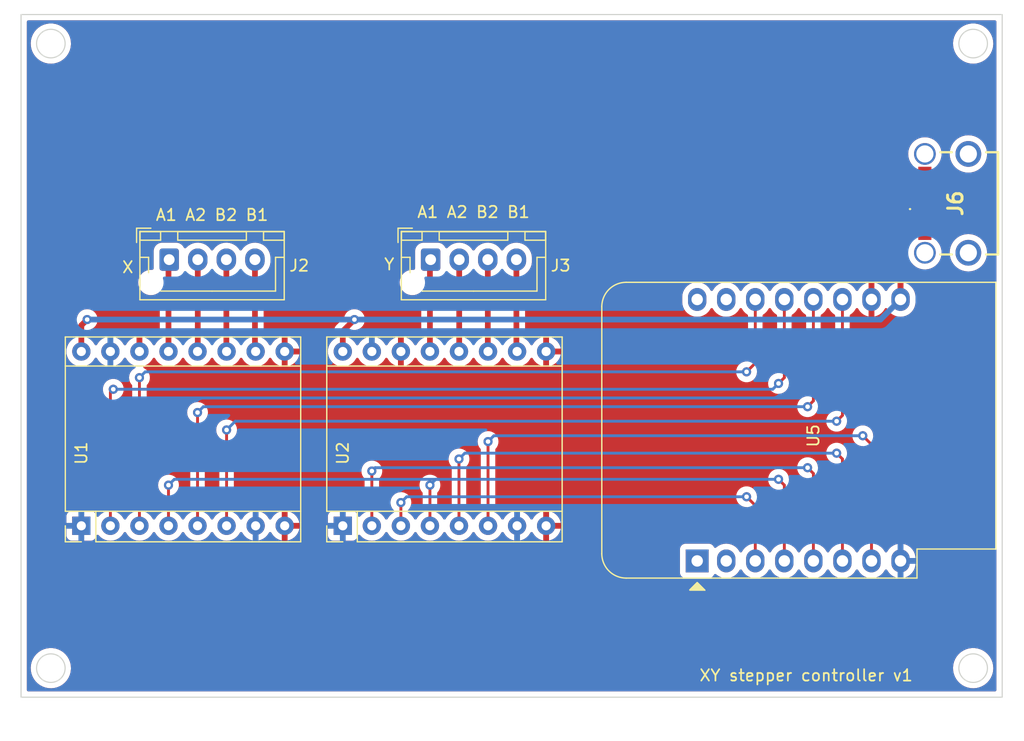
<source format=kicad_pcb>
(kicad_pcb (version 20211014) (generator pcbnew)
  (title_block (comment 4 "AISLER Project ID: DIWFVCCT"))
  (layers (0 "F.Cu" signal) (31 "B.Cu" signal) (34 "B.Paste" user) (35 "F.Paste" user) (36 "B.SilkS" user "B.Silkscreen") (37 "F.SilkS" user "F.Silkscreen") (38 "B.Mask" user) (39 "F.Mask" user) (44 "Edge.Cuts" user))
  (net 0 "")
  (net 1 "GND")
  (net 2 "+5V")
  (net 3 "Net-(J2-Pad1)")
  (net 4 "Net-(J2-Pad2)")
  (net 5 "Net-(J2-Pad3)")
  (net 6 "Net-(J2-Pad4)")
  (net 7 "Net-(J3-Pad1)")
  (net 8 "Net-(J3-Pad2)")
  (net 9 "Net-(J3-Pad3)")
  (net 10 "Net-(J3-Pad4)")
  (net 17 "+3.3V")
  (net 18 "/X-A2")
  (net 19 "/X-A1")
  (net 24 "/STBY")
  (net 25 "/X-B1")
  (net 26 "/X-B2")
  (net 27 "/Y-A2")
  (net 28 "/Y-A1")
  (net 29 "/Y-B1")
  (net 30 "/Y-B2")
  (footprint "Connector_JST:JST_XH_B4B-XH-AM_1x04_P2.50mm_Vertical" (layer "F.Cu") (at 174.812 63.3415)
    (fp_text reference "J3" (at 11.37 0.525) (layer "F.SilkS"))
    (fp_text value "Conn_01x04_Male")
    (fp_line (start -0.75 -2.45) (end -2.55 -2.45) (layer "F.SilkS") (width 0.12))
    (fp_line (start 10.06 3.51) (end 10.06 -2.46) (layer "F.SilkS") (width 0.12))
    (fp_line (start 10.06 -2.46) (end -2.56 -2.46) (layer "F.SilkS") (width 0.12))
    (fp_line (start 0.75 -1.7) (end 6.75 -1.7) (layer "F.SilkS") (width 0.12))
    (fp_line (start 9.3 2.75) (end 3.75 2.75) (layer "F.SilkS") (width 0.12))
    (fp_line (start 8.25 -2.45) (end 8.25 -1.7) (layer "F.SilkS") (width 0.12))
    (fp_line (start 10.05 -1.7) (end 10.05 -2.45) (layer "F.SilkS") (width 0.12))
    (fp_line (start -2.55 -2.45) (end -2.55 -1.7) (layer "F.SilkS") (width 0.12))
    (fp_line (start 8.25 -1.7) (end 10.05 -1.7) (layer "F.SilkS") (width 0.12))
    (fp_line (start -2.55 -1.7) (end -0.75 -1.7) (layer "F.SilkS") (width 0.12))
    (fp_line (start -0.75 -1.7) (end -0.75 -2.45) (layer "F.SilkS") (width 0.12))
    (fp_line (start -2.56 3.51) (end 10.06 3.51) (layer "F.SilkS") (width 0.12))
    (fp_line (start -2.56 -2.46) (end -2.56 3.51) (layer "F.SilkS") (width 0.12))
    (fp_line (start -2.55 -0.2) (end -1.8 -0.2) (layer "F.SilkS") (width 0.12))
    (fp_line (start 10.05 -2.45) (end 8.25 -2.45) (layer "F.SilkS") (width 0.12))
    (fp_line (start -1.6 -2.75) (end -2.85 -2.75) (layer "F.SilkS") (width 0.12))
    (fp_line (start 9.3 -0.2) (end 9.3 2.75) (layer "F.SilkS") (width 0.12))
    (fp_line (start 10.05 -0.2) (end 9.3 -0.2) (layer "F.SilkS") (width 0.12))
    (fp_line (start 3.75 2.75) (end -0.74 2.75) (layer "F.SilkS") (width 0.12))
    (fp_line (start 0.75 -2.45) (end 0.75 -1.7) (layer "F.SilkS") (width 0.12))
    (fp_line (start 6.75 -2.45) (end 0.75 -2.45) (layer "F.SilkS") (width 0.12))
    (fp_line (start -1.8 -0.2) (end -1.8 1.14) (layer "F.SilkS") (width 0.12))
    (fp_line (start -2.85 -2.75) (end -2.85 -1.5) (layer "F.SilkS") (width 0.12))
    (fp_line (start 6.75 -1.7) (end 6.75 -2.45) (layer "F.SilkS") (width 0.12))
    (pad "" np_thru_hole circle (at -1.6 2) (size 1.2 1.2) (drill 1.2) (layers *.Cu *.Mask))
    (pad "1" thru_hole roundrect (at 0 0) (size 1.7 1.95) (drill 0.95) (layers *.Cu *.Mask) (roundrect_rratio 0.1470588235) (net 7 "Net-(J3-Pad1)"))
    (pad "2" thru_hole oval (at 2.5 0) (size 1.7 1.95) (drill 0.95) (layers *.Cu *.Mask) (net 8 "Net-(J3-Pad2)"))
    (pad "3" thru_hole oval (at 5 0) (size 1.7 1.95) (drill 0.95) (layers *.Cu *.Mask) (net 9 "Net-(J3-Pad3)"))
    (pad "4" thru_hole oval (at 7.5 0) (size 1.7 1.95) (drill 0.95) (layers *.Cu *.Mask) (net 10 "Net-(J3-Pad4)"))
  )
  (footprint "Module:WEMOS_D1_mini_light" (layer "F.Cu") (at 198.12 89.685 90)
    (fp_text reference "U5" (at 10.945 10.16 90) (layer "F.SilkS"))
    (fp_text value "WeMos_D1_mini")
    (fp_line (start -1.5 19.22) (end -1.5 -6.21) (layer "F.SilkS") (width 0.12))
    (fp_line (start 1.04 26.12) (end 24.36 26.12) (layer "F.SilkS") (width 0.12))
    (fp_line (start -1.5 19.22) (end 1.04 19.22) (layer "F.SilkS") (width 0.12))
    (fp_line (start 22.24 -8.34) (end 0.63 -8.34) (layer "F.SilkS") (width 0.12))
    (fp_line (start 1.04 19.22) (end 1.04 26.12) (layer "F.SilkS") (width 0.12))
    (fp_line (start 24.36 26.12) (end 24.36 -6.21) (layer "F.SilkS") (width 0.12))
    (fp_arc (start -1.5 -6.21) (mid -0.876137 -7.716137) (end 0.63 -8.34) (layer "F.SilkS") (width 0.12))
    (fp_arc (start 22.23 -8.34) (mid 23.736137 -7.716137) (end 24.36 -6.21) (layer "F.SilkS") (width 0.12))
    (fp_poly (pts (xy -2.54 -0.635) (xy -2.54 0.635) (xy -1.905 0)) (layer "F.SilkS") (width 0.15) (fill solid))
    (pad "1" thru_hole rect (at 0 0 90) (size 2 2) (drill 1) (layers *.Cu *.Mask))
    (pad "2" thru_hole oval (at 0 2.54 90) (size 2 1.6) (drill 1) (layers *.Cu *.Mask))
    (pad "3" thru_hole oval (at 0 5.08 90) (size 2 1.6) (drill 1) (layers *.Cu *.Mask) (net 28 "/Y-A1"))
    (pad "4" thru_hole oval (at 0 7.62 90) (size 2 1.6) (drill 1) (layers *.Cu *.Mask) (net 24 "/STBY"))
    (pad "5" thru_hole oval (at 0 10.16 90) (size 2 1.6) (drill 1) (layers *.Cu *.Mask) (net 27 "/Y-A2"))
    (pad "6" thru_hole oval (at 0 12.7 90) (size 2 1.6) (drill 1) (layers *.Cu *.Mask) (net 29 "/Y-B1"))
    (pad "7" thru_hole oval (at 0 15.24 90) (size 2 1.6) (drill 1) (layers *.Cu *.Mask) (net 30 "/Y-B2"))
    (pad "8" thru_hole oval (at 0 17.78 90) (size 2 1.6) (drill 1) (layers *.Cu *.Mask) (net 17 "+3.3V"))
    (pad "9" thru_hole oval (at 22.86 17.78 90) (size 2 1.6) (drill 1) (layers *.Cu *.Mask) (net 2 "+5V"))
    (pad "10" thru_hole oval (at 22.86 15.24 90) (size 2 1.6) (drill 1) (layers *.Cu *.Mask) (net 1 "GND"))
    (pad "11" thru_hole oval (at 22.86 12.7 90) (size 2 1.6) (drill 1) (layers *.Cu *.Mask) (net 26 "/X-B2"))
    (pad "12" thru_hole oval (at 22.86 10.16 90) (size 2 1.6) (drill 1) (layers *.Cu *.Mask) (net 25 "/X-B1"))
    (pad "13" thru_hole oval (at 22.86 7.62 90) (size 2 1.6) (drill 1) (layers *.Cu *.Mask) (net 18 "/X-A2"))
    (pad "14" thru_hole oval (at 22.86 5.08 90) (size 2 1.6) (drill 1) (layers *.Cu *.Mask) (net 19 "/X-A1"))
    (pad "15" thru_hole oval (at 22.86 2.54 90) (size 2 1.6) (drill 1) (layers *.Cu *.Mask))
    (pad "16" thru_hole oval (at 22.86 0 90) (size 2 1.6) (drill 1) (layers *.Cu *.Mask))
  )
  (footprint "MyFootprints:TB6612FNG_Breakout" (layer "F.Cu") (at 144.272 86.614 90)
    (fp_text reference "U1" (at 6.35 0 90) (layer "F.SilkS"))
    (fp_text value "TB6612FNG_BREAKOUT")
    (fp_line (start 1.27 1.27) (end 1.27 19.18) (layer "F.SilkS") (width 0.12))
    (fp_line (start 16.51 -1.4) (end 1.27 -1.4) (layer "F.SilkS") (width 0.12))
    (fp_line (start -1.4 19.18) (end 16.51 19.18) (layer "F.SilkS") (width 0.12))
    (fp_line (start 0 -1.4) (end -1.4 -1.4) (layer "F.SilkS") (width 0.12))
    (fp_line (start 1.27 -1.4) (end 1.27 1.27) (layer "F.SilkS") (width 0.12))
    (fp_line (start -1.4 1.27) (end -1.4 19.18) (layer "F.SilkS") (width 0.12))
    (fp_line (start -1.4 -1.4) (end -1.4 0) (layer "F.SilkS") (width 0.12))
    (fp_line (start 13.97 -1.4) (end 13.97 19.18) (layer "F.SilkS") (width 0.12))
    (fp_line (start 16.51 19.18) (end 16.51 -1.4) (layer "F.SilkS") (width 0.12))
    (fp_line (start 1.27 1.27) (end -1.4 1.27) (layer "F.SilkS") (width 0.12))
    (pad "1" thru_hole rect (at 0 0 90) (size 1.6 1.6) (drill 0.8) (layers *.Cu *.Mask) (net 17 "+3.3V"))
    (pad "2" thru_hole oval (at 0 2.54 90) (size 1.6 1.6) (drill 0.8) (layers *.Cu *.Mask) (net 18 "/X-A2"))
    (pad "3" thru_hole oval (at 0 5.08 90) (size 1.6 1.6) (drill 0.8) (layers *.Cu *.Mask) (net 19 "/X-A1"))
    (pad "4" thru_hole oval (at 0 7.62 90) (size 1.6 1.6) (drill 0.8) (layers *.Cu *.Mask) (net 24 "/STBY"))
    (pad "5" thru_hole oval (at 0 10.16 90) (size 1.6 1.6) (drill 0.8) (layers *.Cu *.Mask) (net 25 "/X-B1"))
    (pad "6" thru_hole oval (at 0 12.7 90) (size 1.6 1.6) (drill 0.8) (layers *.Cu *.Mask) (net 26 "/X-B2"))
    (pad "7" thru_hole oval (at 0 15.24 90) (size 1.6 1.6) (drill 0.8) (layers *.Cu *.Mask) (net 17 "+3.3V"))
    (pad "8" thru_hole oval (at 0 17.78 90) (size 1.6 1.6) (drill 0.8) (layers *.Cu *.Mask) (net 1 "GND"))
    (pad "9" thru_hole oval (at 15.24 0 90) (size 1.6 1.6) (drill 0.8) (layers *.Cu *.Mask) (net 2 "+5V"))
    (pad "10" thru_hole oval (at 15.24 2.54 90) (size 1.6 1.6) (drill 0.8) (layers *.Cu *.Mask) (net 17 "+3.3V"))
    (pad "11" thru_hole oval (at 15.24 5.08 90) (size 1.6 1.6) (drill 0.8) (layers *.Cu *.Mask) (net 1 "GND"))
    (pad "12" thru_hole oval (at 15.24 7.62 90) (size 1.6 1.6) (drill 0.8) (layers *.Cu *.Mask) (net 3 "Net-(J2-Pad1)"))
    (pad "13" thru_hole oval (at 15.24 10.16 90) (size 1.6 1.6) (drill 0.8) (layers *.Cu *.Mask) (net 4 "Net-(J2-Pad2)"))
    (pad "14" thru_hole oval (at 15.24 12.7 90) (size 1.6 1.6) (drill 0.8) (layers *.Cu *.Mask) (net 5 "Net-(J2-Pad3)"))
    (pad "15" thru_hole oval (at 15.24 15.24 90) (size 1.6 1.6) (drill 0.8) (layers *.Cu *.Mask) (net 6 "Net-(J2-Pad4)"))
    (pad "16" thru_hole oval (at 15.24 17.78 90) (size 1.6 1.6) (drill 0.8) (layers *.Cu *.Mask) (net 1 "GND"))
  )
  (footprint "Connector_JST:JST_XH_B4B-XH-AM_1x04_P2.50mm_Vertical" (layer "F.Cu") (at 151.952 63.3415)
    (fp_text reference "J2" (at 11.37 0.525) (layer "F.SilkS"))
    (fp_text value "Conn_01x04_Male")
    (fp_line (start 10.05 -1.7) (end 10.05 -2.45) (layer "F.SilkS") (width 0.12))
    (fp_line (start 10.06 -2.46) (end -2.56 -2.46) (layer "F.SilkS") (width 0.12))
    (fp_line (start 10.05 -2.45) (end 8.25 -2.45) (layer "F.SilkS") (width 0.12))
    (fp_line (start 0.75 -2.45) (end 0.75 -1.7) (layer "F.SilkS") (width 0.12))
    (fp_line (start -1.6 -2.75) (end -2.85 -2.75) (layer "F.SilkS") (width 0.12))
    (fp_line (start 0.75 -1.7) (end 6.75 -1.7) (layer "F.SilkS") (width 0.12))
    (fp_line (start -0.75 -2.45) (end -2.55 -2.45) (layer "F.SilkS") (width 0.12))
    (fp_line (start -2.56 3.51) (end 10.06 3.51) (layer "F.SilkS") (width 0.12))
    (fp_line (start 3.75 2.75) (end -0.74 2.75) (layer "F.SilkS") (width 0.12))
    (fp_line (start 8.25 -2.45) (end 8.25 -1.7) (layer "F.SilkS") (width 0.12))
    (fp_line (start -2.55 -2.45) (end -2.55 -1.7) (layer "F.SilkS") (width 0.12))
    (fp_line (start 9.3 2.75) (end 3.75 2.75) (layer "F.SilkS") (width 0.12))
    (fp_line (start -2.56 -2.46) (end -2.56 3.51) (layer "F.SilkS") (width 0.12))
    (fp_line (start 6.75 -1.7) (end 6.75 -2.45) (layer "F.SilkS") (width 0.12))
    (fp_line (start -0.75 -1.7) (end -0.75 -2.45) (layer "F.SilkS") (width 0.12))
    (fp_line (start 8.25 -1.7) (end 10.05 -1.7) (layer "F.SilkS") (width 0.12))
    (fp_line (start -2.85 -2.75) (end -2.85 -1.5) (layer "F.SilkS") (width 0.12))
    (fp_line (start -1.8 -0.2) (end -1.8 1.14) (layer "F.SilkS") (width 0.12))
    (fp_line (start 6.75 -2.45) (end 0.75 -2.45) (layer "F.SilkS") (width 0.12))
    (fp_line (start 10.05 -0.2) (end 9.3 -0.2) (layer "F.SilkS") (width 0.12))
    (fp_line (start -2.55 -1.7) (end -0.75 -1.7) (layer "F.SilkS") (width 0.12))
    (fp_line (start 9.3 -0.2) (end 9.3 2.75) (layer "F.SilkS") (width 0.12))
    (fp_line (start -2.55 -0.2) (end -1.8 -0.2) (layer "F.SilkS") (width 0.12))
    (fp_line (start 10.06 3.51) (end 10.06 -2.46) (layer "F.SilkS") (width 0.12))
    (pad "" np_thru_hole circle (at -1.6 2) (size 1.2 1.2) (drill 1.2) (layers *.Cu *.Mask))
    (pad "1" thru_hole roundrect (at 0 0) (size 1.7 1.95) (drill 0.95) (layers *.Cu *.Mask) (roundrect_rratio 0.1470588235) (net 3 "Net-(J2-Pad1)"))
    (pad "2" thru_hole oval (at 2.5 0) (size 1.7 1.95) (drill 0.95) (layers *.Cu *.Mask) (net 4 "Net-(J2-Pad2)"))
    (pad "3" thru_hole oval (at 5 0) (size 1.7 1.95) (drill 0.95) (layers *.Cu *.Mask) (net 5 "Net-(J2-Pad3)"))
    (pad "4" thru_hole oval (at 7.5 0) (size 1.7 1.95) (drill 0.95) (layers *.Cu *.Mask) (net 6 "Net-(J2-Pad4)"))
  )
  (footprint "SamacSys_Parts:UJCHP3SMTTR" (layer "F.Cu") (at 220.98 58.42 90)
    (fp_text reference "J6" (at 0 -0.275 90) (layer "F.SilkS") (effects (font (size 1.27 1.27) (thickness 0.254))))
    (fp_text value "UJC-HP-3-SMT-TR" hide)
    (fp_line (start -0.5 -4.2) (end -0.5 -4.2) (layer "F.SilkS") (width 0.1))
    (fp_line (start -4.47 -1.6) (end -4.47 -0.6) (layer "F.SilkS") (width 0.2))
    (fp_line (start 4.47 -1.6) (end 4.47 -0.6) (layer "F.SilkS") (width 0.2))
    (fp_line (start -4.47 2.4) (end -4.47 3.45) (layer "F.SilkS") (width 0.2))
    (fp_line (start 4.47 3.45) (end 4.47 2.4) (layer "F.SilkS") (width 0.2))
    (fp_line (start -4.47 3.45) (end 4.47 3.45) (layer "F.SilkS") (width 0.2))
    (fp_line (start -0.5 -4.3) (end -0.5 -4.3) (layer "F.SilkS") (width 0.1))
    (fp_arc (start -0.5 -4.3) (mid -0.45 -4.25) (end -0.5 -4.2) (layer "F.SilkS") (width 0.1))
    (fp_arc (start -0.5 -4.2) (mid -0.55 -4.25) (end -0.5 -4.3) (layer "F.SilkS") (width 0.1))
    (pad "A5" smd rect locked (at -0.5 -2.955 90) (size 0.7 1.15) (layers "F.Cu" "F.Paste" "F.Mask"))
    (pad "A9" smd rect locked (at 1.52 -2.955 90) (size 0.8 1.15) (layers "F.Cu" "F.Paste" "F.Mask") (net 2 "+5V"))
    (pad "A12" smd rect locked (at 2.75 -2.955 90) (size 0.9 1.15) (layers "F.Cu" "F.Paste" "F.Mask") (net 1 "GND"))
    (pad "B5" smd rect locked (at 0.5 -2.955 90) (size 0.7 1.15) (layers "F.Cu" "F.Paste" "F.Mask"))
    (pad "B9" smd rect locked (at -1.52 -2.955 90) (size 0.8 1.15) (layers "F.Cu" "F.Paste" "F.Mask") (net 2 "+5V"))
    (pad "B12" smd rect locked (at -2.75 -2.955 90) (size 0.9 1.15) (layers "F.Cu" "F.Paste" "F.Mask") (net 1 "GND"))
    (pad "MH1" thru_hole circle locked (at -4.32 -2.95 90) (size 1.9 1.9) (drill 1.5) (layers *.Cu *.Mask))
    (pad "MH2" thru_hole circle locked (at 4.32 -2.95 90) (size 1.9 1.9) (drill 1.5) (layers *.Cu *.Mask))
    (pad "MH3" thru_hole circle locked (at -4.32 0.85 90) (size 2.25 2.25) (drill 1.5) (layers *.Cu *.Mask))
    (pad "MH4" thru_hole circle locked (at 4.32 0.85 90) (size 2.25 2.25) (drill 1.5) (layers *.Cu *.Mask))
  )
  (footprint "MyFootprints:TB6612FNG_Breakout" (layer "F.Cu") (at 167.132 86.614 90)
    (fp_text reference "U2" (at 6.35 0 90) (layer "F.SilkS"))
    (fp_text value "TB6612FNG_BREAKOUT")
    (fp_line (start 0 -1.4) (end -1.4 -1.4) (layer "F.SilkS") (width 0.12))
    (fp_line (start -1.4 1.27) (end -1.4 19.18) (layer "F.SilkS") (width 0.12))
    (fp_line (start 1.27 1.27) (end -1.4 1.27) (layer "F.SilkS") (width 0.12))
    (fp_line (start -1.4 19.18) (end 16.51 19.18) (layer "F.SilkS") (width 0.12))
    (fp_line (start -1.4 -1.4) (end -1.4 0) (layer "F.SilkS") (width 0.12))
    (fp_line (start 1.27 -1.4) (end 1.27 1.27) (layer "F.SilkS") (width 0.12))
    (fp_line (start 13.97 -1.4) (end 13.97 19.18) (layer "F.SilkS") (width 0.12))
    (fp_line (start 1.27 1.27) (end 1.27 19.18) (layer "F.SilkS") (width 0.12))
    (fp_line (start 16.51 19.18) (end 16.51 -1.4) (layer "F.SilkS") (width 0.12))
    (fp_line (start 16.51 -1.4) (end 1.27 -1.4) (layer "F.SilkS") (width 0.12))
    (pad "1" thru_hole rect (at 0 0 90) (size 1.6 1.6) (drill 0.8) (layers *.Cu *.Mask) (net 17 "+3.3V"))
    (pad "2" thru_hole oval (at 0 2.54 90) (size 1.6 1.6) (drill 0.8) (layers *.Cu *.Mask) (net 27 "/Y-A2"))
    (pad "3" thru_hole oval (at 0 5.08 90) (size 1.6 1.6) (drill 0.8) (layers *.Cu *.Mask) (net 28 "/Y-A1"))
    (pad "4" thru_hole oval (at 0 7.62 90) (size 1.6 1.6) (drill 0.8) (layers *.Cu *.Mask) (net 24 "/STBY"))
    (pad "5" thru_hole oval (at 0 10.16 90) (size 1.6 1.6) (drill 0.8) (layers *.Cu *.Mask) (net 29 "/Y-B1"))
    (pad "6" thru_hole oval (at 0 12.7 90) (size 1.6 1.6) (drill 0.8) (layers *.Cu *.Mask) (net 30 "/Y-B2"))
    (pad "7" thru_hole oval (at 0 15.24 90) (size 1.6 1.6) (drill 0.8) (layers *.Cu *.Mask) (net 17 "+3.3V"))
    (pad "8" thru_hole oval (at 0 17.78 90) (size 1.6 1.6) (drill 0.8) (layers *.Cu *.Mask) (net 1 "GND"))
    (pad "9" thru_hole oval (at 15.24 0 90) (size 1.6 1.6) (drill 0.8) (layers *.Cu *.Mask) (net 2 "+5V"))
    (pad "10" thru_hole oval (at 15.24 2.54 90) (size 1.6 1.6) (drill 0.8) (layers *.Cu *.Mask) (net 17 "+3.3V"))
    (pad "11" thru_hole oval (at 15.24 5.08 90) (size 1.6 1.6) (drill 0.8) (layers *.Cu *.Mask) (net 1 "GND"))
    (pad "12" thru_hole oval (at 15.24 7.62 90) (size 1.6 1.6) (drill 0.8) (layers *.Cu *.Mask) (net 7 "Net-(J3-Pad1)"))
    (pad "13" thru_hole oval (at 15.24 10.16 90) (size 1.6 1.6) (drill 0.8) (layers *.Cu *.Mask) (net 8 "Net-(J3-Pad2)"))
    (pad "14" thru_hole oval (at 15.24 12.7 90) (size 1.6 1.6) (drill 0.8) (layers *.Cu *.Mask) (net 9 "Net-(J3-Pad3)"))
    (pad "15" thru_hole oval (at 15.24 15.24 90) (size 1.6 1.6) (drill 0.8) (layers *.Cu *.Mask) (net 10 "Net-(J3-Pad4)"))
    (pad "16" thru_hole oval (at 15.24 17.78 90) (size 1.6 1.6) (drill 0.8) (layers *.Cu *.Mask) (net 1 "GND"))
  )
  (gr_rect (start 224.79 41.91) (end 139 101.6) (layer "Edge.Cuts") (width 0.1) (fill none))
  (gr_circle (center 222.25 44.45) (end 223.5 44.45) (layer "Edge.Cuts") (width 0.1) (fill none))
  (gr_circle (center 222.25 99.06) (end 223.5 99.06) (layer "Edge.Cuts") (width 0.1) (fill none))
  (gr_circle (center 141.605 99.06) (end 142.855 99.06) (layer "Edge.Cuts") (width 0.1) (fill none))
  (gr_circle (center 141.605 44.45) (end 142.855 44.45) (layer "Edge.Cuts") (width 0.1) (fill none))
  (gr_text "X" (at 148.336 64.008) (layer "F.SilkS") (effects (font (size 1 1))))
  (gr_text "A1 A2 B2 B1" (at 155.702 59.436) (layer "F.SilkS") (effects (font (size 1 1))))
  (gr_text "A1 A2 B2 B1" (at 178.562 59.182) (layer "F.SilkS") (effects (font (size 1 1))))
  (gr_text "XY stepper controller v1" (at 207.645 99.695) (layer "F.SilkS") (effects (font (size 1 1))))
  (gr_text "Y" (at 171.196 63.754) (layer "F.SilkS") (effects (font (size 1 1))))
  (segment (start 217.22 56.9) (end 215.9 58.22) (width 0.5) (layer "F.Cu") (net 2))
  (segment (start 215.9 61.37) (end 215.9 66.825) (width 0.5) (layer "F.Cu") (net 2))
  (segment (start 144.272 69.088) (end 144.78 68.58) (width 0.5) (layer "F.Cu") (net 2))
  (segment (start 217.33 59.94) (end 215.9 61.37) (width 0.5) (layer "F.Cu") (net 2))
  (segment (start 215.9 58.22) (end 215.9 66.825) (width 0.5) (layer "F.Cu") (net 2))
  (segment (start 218.025 59.94) (end 217.33 59.94) (width 0.5) (layer "F.Cu") (net 2))
  (segment (start 218.025 56.9) (end 217.22 56.9) (width 0.5) (layer "F.Cu") (net 2))
  (segment (start 144.272 71.374) (end 144.272 69.088) (width 0.5) (layer "F.Cu") (net 2))
  (segment (start 167.132 71.374) (end 167.132 69.596) (width 0.5) (layer "F.Cu") (net 2))
  (segment (start 167.132 69.596) (end 168.148 68.58) (width 0.5) (layer "F.Cu") (net 2))
  (via (at 144.78 68.58) (size 0.8) (drill 0.4) (layers "F.Cu" "B.Cu") (net 2))
  (via (at 168.148 68.58) (size 0.8) (drill 0.4) (layers "F.Cu" "B.Cu") (net 2))
  (segment (start 168.148 68.58) (end 214.145 68.58) (width 0.5) (layer "B.Cu") (net 2))
  (segment (start 144.78 68.58) (end 168.148 68.58) (width 0.5) (layer "B.Cu") (net 2))
  (segment (start 214.145 68.58) (end 215.9 66.825) (width 0.5) (layer "B.Cu") (net 2))
  (segment (start 151.892 63.4015) (end 151.892 71.374) (width 0.5) (layer "F.Cu") (net 3))
  (segment (start 151.952 63.3415) (end 151.892 63.4015) (width 0.5) (layer "F.Cu") (net 3))
  (segment (start 154.452 63.3415) (end 154.452 71.354) (width 0.5) (layer "F.Cu") (net 4))
  (segment (start 154.452 71.354) (end 154.432 71.374) (width 0.5) (layer "F.Cu") (net 4))
  (segment (start 156.952 71.354) (end 156.972 71.374) (width 0.5) (layer "F.Cu") (net 5))
  (segment (start 156.952 63.3415) (end 156.952 71.354) (width 0.5) (layer "F.Cu") (net 5))
  (segment (start 159.452 63.3415) (end 159.452 71.314) (width 0.5) (layer "F.Cu") (net 6))
  (segment (start 159.452 71.314) (end 159.512 71.374) (width 0.5) (layer "F.Cu") (net 6))
  (segment (start 174.812 63.3415) (end 174.752 63.4015) (width 0.5) (layer "F.Cu") (net 7))
  (segment (start 174.752 63.4015) (end 174.752 71.374) (width 0.5) (layer "F.Cu") (net 7))
  (segment (start 177.312 71.354) (end 177.292 71.374) (width 0.5) (layer "F.Cu") (net 8))
  (segment (start 177.312 63.3415) (end 177.312 71.354) (width 0.5) (layer "F.Cu") (net 8))
  (segment (start 179.812 71.354) (end 179.832 71.374) (width 0.5) (layer "F.Cu") (net 9))
  (segment (start 179.812 63.3415) (end 179.812 71.354) (width 0.5) (layer "F.Cu") (net 9))
  (segment (start 182.312 63.3415) (end 182.312 71.314) (width 0.5) (layer "F.Cu") (net 10))
  (segment (start 182.312 71.314) (end 182.372 71.374) (width 0.5) (layer "F.Cu") (net 10))
  (segment (start 147.066 74.676) (end 146.812 74.93) (width 0.25) (layer "F.Cu") (net 18))
  (segment (start 205.74 73.66) (end 205.232 74.168) (width 0.25) (layer "F.Cu") (net 18))
  (segment (start 146.812 74.93) (end 146.812 86.614) (width 0.25) (layer "F.Cu") (net 18))
  (segment (start 205.74 66.825) (end 205.74 73.66) (width 0.25) (layer "F.Cu") (net 18))
  (via (at 147.066 74.676) (size 0.8) (drill 0.4) (layers "F.Cu" "B.Cu") (net 18))
  (via (at 205.232 74.168) (size 0.8) (drill 0.4) (layers "F.Cu" "B.Cu") (net 18))
  (segment (start 204.724 74.676) (end 147.066 74.676) (width 0.25) (layer "B.Cu") (net 18))
  (segment (start 205.232 74.168) (end 204.724 74.676) (width 0.25) (layer "B.Cu") (net 18))
  (segment (start 149.352 73.66) (end 149.352 86.614) (width 0.25) (layer "F.Cu") (net 19))
  (segment (start 203.2 72.39) (end 202.438 73.152) (width 0.25) (layer "F.Cu") (net 19))
  (segment (start 203.2 66.825) (end 203.2 72.39) (width 0.25) (layer "F.Cu") (net 19))
  (via (at 202.438 73.152) (size 0.8) (drill 0.4) (layers "F.Cu" "B.Cu") (net 19))
  (via (at 149.352 73.66) (size 0.8) (drill 0.4) (layers "F.Cu" "B.Cu") (net 19))
  (segment (start 202.438 73.152) (end 149.86 73.152) (width 0.25) (layer "B.Cu") (net 19))
  (segment (start 149.86 73.152) (end 149.352 73.66) (width 0.25) (layer "B.Cu") (net 19))
  (segment (start 151.892 83.058) (end 151.892 86.614) (width 0.25) (layer "F.Cu") (net 24))
  (segment (start 205.74 89.685) (end 205.74 83.058) (width 0.25) (layer "F.Cu") (net 24))
  (segment (start 174.752 83.058) (end 174.752 86.614) (width 0.25) (layer "F.Cu") (net 24))
  (segment (start 205.74 83.058) (end 205.232 82.55) (width 0.25) (layer "F.Cu") (net 24))
  (via (at 151.892 83.058) (size 0.8) (drill 0.4) (layers "F.Cu" "B.Cu") (net 24))
  (via (at 205.232 82.55) (size 0.8) (drill 0.4) (layers "F.Cu" "B.Cu") (net 24))
  (via (at 174.752 83.058) (size 0.8) (drill 0.4) (layers "F.Cu" "B.Cu") (net 24))
  (segment (start 175.26 82.55) (end 174.752 83.058) (width 0.25) (layer "B.Cu") (net 24))
  (segment (start 205.232 82.55) (end 175.514 82.55) (width 0.25) (layer "B.Cu") (net 24))
  (segment (start 175.514 82.55) (end 175.26 82.55) (width 0.25) (layer "B.Cu") (net 24))
  (segment (start 175.514 82.55) (end 152.4 82.55) (width 0.25) (layer "B.Cu") (net 24))
  (segment (start 152.4 82.55) (end 151.892 83.058) (width 0.25) (layer "B.Cu") (net 24))
  (segment (start 154.432 76.708) (end 154.432 86.614) (width 0.25) (layer "F.Cu") (net 25))
  (segment (start 208.28 66.825) (end 208.28 75.692) (width 0.25) (layer "F.Cu") (net 25))
  (segment (start 208.28 75.692) (end 207.772 76.2) (width 0.25) (layer "F.Cu") (net 25))
  (via (at 207.772 76.2) (size 0.8) (drill 0.4) (layers "F.Cu" "B.Cu") (net 25))
  (via (at 154.432 76.708) (size 0.8) (drill 0.4) (layers "F.Cu" "B.Cu") (net 25))
  (segment (start 154.94 76.2) (end 154.432 76.708) (width 0.25) (layer "B.Cu") (net 25))
  (segment (start 207.772 76.2) (end 154.94 76.2) (width 0.25) (layer "B.Cu") (net 25))
  (segment (start 156.972 78.232) (end 156.972 86.614) (width 0.25) (layer "F.Cu") (net 26))
  (segment (start 210.82 76.962) (end 210.312 77.47) (width 0.25) (layer "F.Cu") (net 26))
  (segment (start 210.82 66.825) (end 210.82 76.962) (width 0.25) (layer "F.Cu") (net 26))
  (via (at 156.972 78.232) (size 0.8) (drill 0.4) (layers "F.Cu" "B.Cu") (net 26))
  (via (at 210.312 77.47) (size 0.8) (drill 0.4) (layers "F.Cu" "B.Cu") (net 26))
  (segment (start 210.312 77.47) (end 157.734 77.47) (width 0.25) (layer "B.Cu") (net 26))
  (segment (start 157.734 77.47) (end 156.972 78.232) (width 0.25) (layer "B.Cu") (net 26))
  (segment (start 208.28 82.042) (end 207.772 81.534) (width 0.25) (layer "F.Cu") (net 27))
  (segment (start 169.672 81.8255) (end 169.672 86.614) (width 0.25) (layer "F.Cu") (net 27))
  (segment (start 208.28 89.685) (end 208.28 82.042) (width 0.25) (layer "F.Cu") (net 27))
  (via (at 207.772 81.534) (size 0.8) (drill 0.4) (layers "F.Cu" "B.Cu") (net 27))
  (via (at 169.672 81.8255) (size 0.8) (drill 0.4) (layers "F.Cu" "B.Cu") (net 27))
  (segment (start 169.9635 81.534) (end 169.672 81.8255) (width 0.25) (layer "B.Cu") (net 27))
  (segment (start 207.772 81.534) (end 169.9635 81.534) (width 0.25) (layer "B.Cu") (net 27))
  (segment (start 172.212 84.582) (end 172.212 86.614) (width 0.25) (layer "F.Cu") (net 28))
  (segment (start 203.2 89.685) (end 203.2 84.836) (width 0.25) (layer "F.Cu") (net 28))
  (segment (start 203.2 84.836) (end 202.438 84.074) (width 0.25) (layer "F.Cu") (net 28))
  (via (at 172.212 84.582) (size 0.8) (drill 0.4) (layers "F.Cu" "B.Cu") (net 28))
  (via (at 202.438 84.074) (size 0.8) (drill 0.4) (layers "F.Cu" "B.Cu") (net 28))
  (segment (start 202.438 84.074) (end 172.72 84.074) (width 0.25) (layer "B.Cu") (net 28))
  (segment (start 172.72 84.074) (end 172.212 84.582) (width 0.25) (layer "B.Cu") (net 28))
  (segment (start 210.82 80.772) (end 210.312 80.264) (width 0.25) (layer "F.Cu") (net 29))
  (segment (start 177.292 80.772) (end 177.292 86.614) (width 0.25) (layer "F.Cu") (net 29))
  (segment (start 210.82 89.685) (end 210.82 80.772) (width 0.25) (layer "F.Cu") (net 29))
  (via (at 177.292 80.772) (size 0.8) (drill 0.4) (layers "F.Cu" "B.Cu") (net 29))
  (via (at 210.312 80.264) (size 0.8) (drill 0.4) (layers "F.Cu" "B.Cu") (net 29))
  (segment (start 177.8 80.264) (end 177.292 80.772) (width 0.25) (layer "B.Cu") (net 29))
  (segment (start 210.312 80.264) (end 177.8 80.264) (width 0.25) (layer "B.Cu") (net 29))
  (segment (start 213.36 89.685) (end 213.36 79.502) (width 0.25) (layer "F.Cu") (net 30))
  (segment (start 179.832 79.248) (end 179.832 86.614) (width 0.25) (layer "F.Cu") (net 30))
  (segment (start 213.36 79.502) (end 212.598 78.74) (width 0.25) (layer "F.Cu") (net 30))
  (via (at 179.832 79.248) (size 0.8) (drill 0.4) (layers "F.Cu" "B.Cu") (net 30))
  (via (at 212.598 78.74) (size 0.8) (drill 0.4) (layers "F.Cu" "B.Cu") (net 30))
  (segment (start 180.34 78.74) (end 179.832 79.248) (width 0.25) (layer "B.Cu") (net 30))
  (segment (start 212.598 78.74) (end 180.34 78.74) (width 0.25) (layer "B.Cu") (net 30))
  (zone (net 1) (net_name "GND") (layer "F.Cu") (connect_pads (clearance 0.508)) (min_thickness 0.254) (fill yes (thermal_gap 0.508) (thermal_bridge_width 0.508))
    (polygon (pts (xy 226.695 105.41) (xy 137.16 105.41) (xy 137.16 40.64) (xy 226.695 40.64)))
  )
  (zone (net 17) (net_name "+3.3V") (layer "B.Cu") (connect_pads (clearance 0.508)) (min_thickness 0.254) (fill yes (thermal_gap 0.508) (thermal_bridge_width 0.508))
    (polygon (pts (xy 226.06 103.505) (xy 137.795 103.505) (xy 137.795 41.275) (xy 226.06 40.64)))
  )
)
</source>
